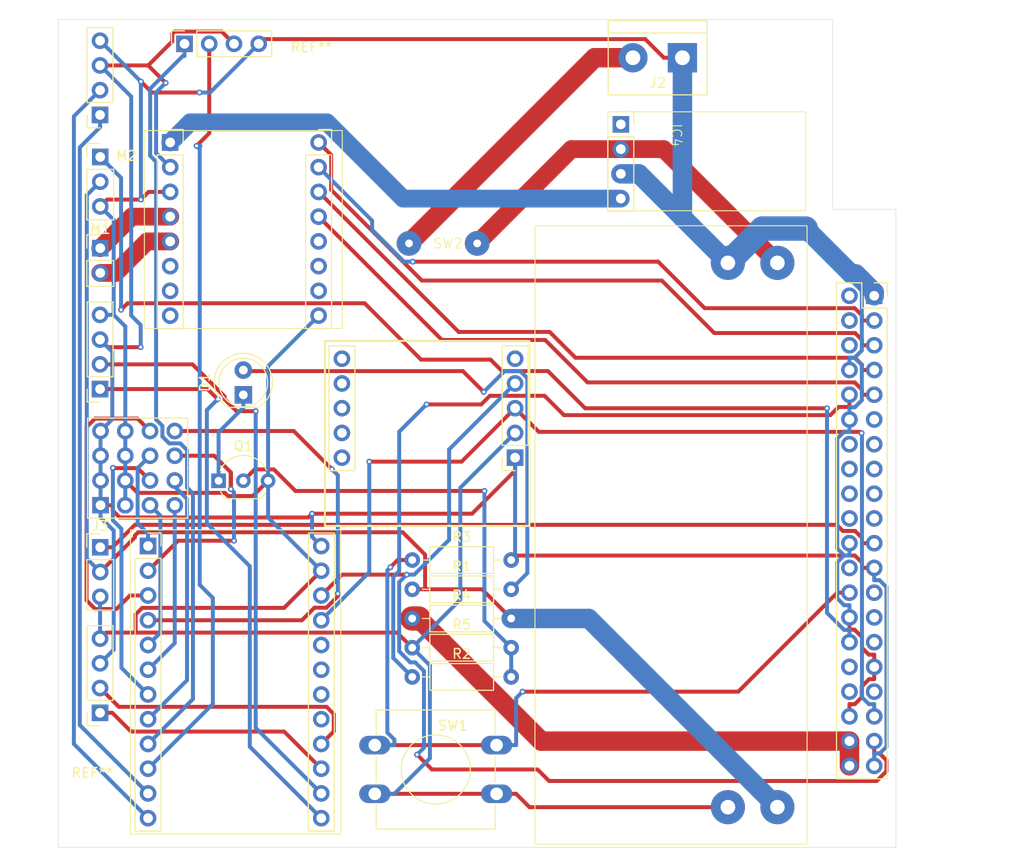
<source format=kicad_pcb>
(kicad_pcb (version 20241229) (generator "pcbnew") (generator_version "9.0")
  (layers (0 "F.Cu" signal) (2 "B.Cu" signal) (13 "F.Paste" user) (15 "B.Paste" user) (5 "F.SilkS" user "F.Silkscreen") (7 "B.SilkS" user "B.Silkscreen") (1 "F.Mask" user) (3 "B.Mask" user) (25 "Edge.Cuts" user))
  (net 0 "")
  (net 5 "Net-(IC1-VCC)")
  (net 6 "Net-(IC1-SCL)")
  (net 7 "GND")
  (net 8 "Net-(IC1-SDA)")
  (net 11 "Net-(IC3-SD5)")
  (net 12 "Net-(IC2-AO2)")
  (net 15 "Net-(IC2-STBY)")
  (net 18 "Net-(IC2-AIN1)")
  (net 19 "Net-(IC2-AIN2)")
  (net 20 "Net-(IC2-PWMA)")
  (net 21 "Net-(IC2-AO1)")
  (net 23 "Net-(IC2-VM)")
  (net 25 "Net-(IC3-SC7)")
  (net 26 "Net-(IC3-SC1)")
  (net 27 "Net-(IC3-SD6)")
  (net 28 "Net-(IC3-SC0)")
  (net 29 "Net-(IC3-SD7)")
  (net 30 "Net-(IC3-SD4)")
  (net 32 "Net-(IC3-SD3)")
  (net 33 "Net-(IC3-SD0)")
  (net 34 "Net-(IC3-SD2)")
  (net 35 "Net-(IC3-SC5)")
  (net 36 "Net-(IC3-SC2)")
  (net 38 "Net-(IC3-SD1)")
  (net 39 "Net-(IC3-SC6)")
  (net 40 "Net-(IC3-SC4)")
  (net 41 "Net-(IC3-SC3)")
  (net 52 "Net-(IC6-GPIO_18)")
  (net 55 "Net-(D1-A)")
  (net 56 "Net-(D1-K)")
  (net 59 "Net-(IC6-GPIO_12)")
  (net 66 "Net-(IC6-GPIO_23)")
  (net 68 "Net-(IC5-VO)")
  (net 69 "+12V")
  (net 71 "Net-(Q1-B)")
  (net 72 "Net-(IC4-VIN)")
  (net 73 "Net-(IC6-5V_PWR-Pad21)")
  (net 74 "Net-(IC6-SPIO_MOSI)")
  (footprint "Sensor_Motion:DFRobot bno005 breakout board" (layer "F.Cu") (at 140.6018 77.4096 180)
    (property "Reference" "IC1" (hide yes))
    (property "Value" "~")
  )
  (footprint "Converter_DCDC:Untitled_1" (layer "F.Cu") (at 165.408 90.43 180)
    (property "Reference" "IC5" (hide yes))
    (property "Value" "~" (hide yes))
  )
  (footprint "Motor driver:Untitled" (layer "F.Cu") (at 112.6608 51.395)
    (property "Reference" "IC2" (hide yes))
    (property "Value" "~" (hide yes))
  )
  (footprint "Module:Untitled" (layer "F.Cu") (at 200.31 91.8)
    (property "Reference" "IC6" (hide yes))
    (property "Value" "~" (hide yes))
  )
  (footprint "Resistor_THT:Untitled" (layer "F.Cu") (at 138.51 60.49 90)
    (property "Reference" "SW2")
    (property "Value" "SW_SPST")
  )
  (footprint "LED_THT:LED_D5.0mm" (layer "F.Cu") (at 121.5 76.04 90)
    (property "Reference" "D1")
    (property "Value" "LED")
  )
  (footprint "Package_TO_SOT_THT:TO-92_Inline_Wide" (layer "F.Cu") (at 118.96 84.86)
    (property "Reference" "Q1")
    (property "Value" "BC547")
  )
  (footprint "Connector_PinSocket_2.54mm:PinSocket_1x04_P2.54mm_Vertical" (layer "F.Cu") (at 106.79 75.4471 180)
    (property "Reference" "U2" (hide yes))
    (property "Value" "VL53l1x")
  )
  (footprint "Resistor_THT:R_Axial_DIN0207_L6.3mm_D2.5mm_P10.16mm_Horizontal" (layer "F.Cu") (at 138.84 102)
    (property "Reference" "R5")
    (property "Value" "1K")
  )
  (footprint "I2C expansion boards:Untitled" (layer "F.Cu") (at 113.47 121.26)
    (property "Reference" "IC3" (hide yes))
    (property "Value" "~" (hide yes))
  )
  (footprint "Converter_DCDC:12v to 9v buck converter" (layer "F.Cu") (at 169.08 52.06 -90)
    (property "Reference" "IC4")
    (property "Value" "~")
  )
  (footprint "Connector_PinHeader_2.54mm:PinHeader_1x03_P2.54mm_Vertical" (layer "F.Cu") (at 106.81 51.6157)
    (property "Reference" "M2")
    (property "Value" "Motor_Servo")
  )
  (footprint "MountingHole:MountingHole_3.2mm_M3" (layer "F.Cu") (at 106 119)
    (property "Reference" "REF**")
    (property "Value" "MountingHole_3.2mm_M3")
  )
  (footprint "MountingHole:MountingHole_3.2mm_M3" (layer "F.Cu") (at 128.5 44.5)
    (property "Reference" "REF**")
    (property "Value" "MountingHole_3.2mm_M3")
  )
  (footprint "Resistor_THT:R_Axial_DIN0207_L6.3mm_D2.5mm_P10.16mm_Horizontal" (layer "F.Cu") (at 138.84 99)
    (property "Reference" "R4")
    (property "Value" "1K")
  )
  (footprint "Resistor_THT:R_Axial_DIN0207_L6.3mm_D2.5mm_P10.16mm_Horizontal" (layer "F.Cu") (at 138.84 105)
    (property "Reference" "R2")
    (property "Value" "1K")
  )
  (footprint "Resistor_THT:R_Axial_DIN0207_L6.3mm_D2.5mm_P10.16mm_Horizontal" (layer "F.Cu") (at 138.84 96)
    (property "Reference" "R1")
    (property "Value" "330")
  )
  (footprint "Connector_PinSocket_2.54mm:Untitled" (layer "F.Cu") (at 116.24 83.0729 90)
    (property "Reference" "J1" (hide yes))
    (property "Value" "~" (hide yes))
  )
  (footprint "Connector_PinSocket_2.54mm:PinSocket_1x04_P2.54mm_Vertical" (layer "F.Cu") (at 115.46 40 90)
    (property "Reference" "U4" (hide yes))
    (property "Value" "VL53l1x")
  )
  (footprint "Connector_PinSocket_2.54mm:PinSocket_1x04_P2.54mm_Vertical" (layer "F.Cu") (at 106.79 47.3 180)
    (property "Reference" "U3" (hide yes))
    (property "Value" "VL53l1x")
  )
  (footprint "Resistor_THT:R_Axial_DIN0207_L6.3mm_D2.5mm_P10.16mm_Horizontal" (layer "F.Cu") (at 138.84 93)
    (property "Reference" "R3")
    (property "Value" "330")
  )
  (footprint "Connector_PinHeader_2.54mm:PinHeader_1x03_P2.54mm_Vertical" (layer "F.Cu") (at 106.81 91.6886)
    (property "Reference" "J3")
    (property "Value" "Conn_01x03_Pin")
  )
  (footprint "Button_Switch_THT:SW_PUSH-12mm" (layer "F.Cu") (at 135 112)
    (property "Reference" "SW1")
    (property "Value" "SW_Push")
  )
  (footprint "Connector_PinSocket_2.54mm:PinSocket_1x04_P2.54mm_Vertical" (layer "F.Cu") (at 106.79 108.6843 180)
    (property "Reference" "U1" (hide yes))
    (property "Value" "VL53l1x")
  )
  (footprint "Connector_PinHeader_2.54mm:PinHeader_1x02_P2.54mm_Vertical" (layer "F.Cu") (at 106.81 60.9814)
    (property "Reference" "M1")
    (property "Value" "Motor_DC")
  )
  (footprint "TerminalBlock:TerminalBlock_bornier-2_P5.08mm" (layer "F.Cu") (at 166.58 41.43 180)
    (property "Reference" "J2")
    (property "Value" "Screw_Terminal_01x02")
  )
  (gr_line (start 102.5 37.5) (end 182 37.5) (stroke (width 0.05)) (layer "Edge.Cuts"))
  (gr_line (start 188.5 122.5) (end 102.5 122.5) (stroke (width 0.05)) (layer "Edge.Cuts"))
  (gr_line (start 182 57) (end 182 37.5) (stroke (width 0.05)) (layer "Edge.Cuts"))
  (gr_line (start 188.5 57) (end 182 57) (stroke (width 0.05)) (layer "Edge.Cuts"))
  (gr_line (start 188.5 122.5) (end 188.5 57) (stroke (width 0.05)) (layer "Edge.Cuts"))
  (gr_line (start 102.5 122.5) (end 102.5 37.5) (stroke (width 0.05)) (layer "Edge.Cuts"))
  (segment (start 110.9609 71.145) (end 107.5679 71.145) (width 0.4064) (layer "F.Cu") (net 5))
  (segment (start 114.2051 38.9822) (end 114.2051 39.7459) (width 0.4064) (layer "F.Cu") (net 5))
  (segment (start 149.4018 83.821) (end 144.9792 88.2436) (width 0.4064) (layer "F.Cu") (net 5))
  (segment (start 106.79 42.22) (end 111.731 42.22) (width 0.4064) (layer "F.Cu") (net 5))
  (segment (start 185.0136 93.2603) (end 184.2933 92.54) (width 0.4064) (layer "F.Cu") (net 5))
  (segment (start 108.0964 87.9227) (end 108.0964 87.3729) (width 0.4064) (layer "F.Cu") (net 5))
  (segment (start 149.4018 82.4896) (end 149.4018 83.821) (width 0.4064) (layer "F.Cu") (net 5))
  (segment (start 107.5679 71.145) (end 106.79 70.3671) (width 0.4064) (layer "F.Cu") (net 5))
  (segment (start 111.731 42.22) (end 113.5232 44.0122) (width 0.4064) (layer "F.Cu") (net 5))
  (segment (start 106.84 87.3729) (end 108.0964 87.3729) (width 0.4064) (layer "F.Cu") (net 5))
  (segment (start 108.803 88.6293) (end 108.0964 87.9227) (width 0.4064) (layer "F.Cu") (net 5))
  (segment (start 185.0136 93.81) (end 185.0136 93.2603) (width 0.4064) (layer "F.Cu") (net 5))
  (segment (start 128.553 88.2436) (end 128.1673 88.6293) (width 0.4064) (layer "F.Cu") (net 5))
  (segment (start 119.2851 38.7451) (end 114.4422 38.7451) (width 0.4064) (layer "F.Cu") (net 5))
  (segment (start 114.2051 39.7459) (end 111.731 42.22) (width 0.4064) (layer "F.Cu") (net 5))
  (segment (start 186.27 93.81) (end 185.0136 93.81) (width 0.4064) (layer "F.Cu") (net 5))
  (segment (start 120.54 40) (end 119.2851 38.7451) (width 0.4064) (layer "F.Cu") (net 5))
  (segment (start 184.2933 92.54) (end 149.46 92.54) (width 0.4064) (layer "F.Cu") (net 5))
  (segment (start 149.46 92.54) (end 149 93) (width 0.4064) (layer "F.Cu") (net 5))
  (segment (start 114.4422 38.7451) (end 114.2051 38.9822) (width 0.4064) (layer "F.Cu") (net 5))
  (segment (start 128.1673 88.6293) (end 108.803 88.6293) (width 0.4064) (layer "F.Cu") (net 5))
  (segment (start 144.9792 88.2436) (end 128.553 88.2436) (width 0.4064) (layer "F.Cu") (net 5))
  (via (at 128.553 88.2436) (size 0.6) (drill 0.3) (layers "F.Cu" "B.Cu") (net 5))
  (via (at 110.9609 71.145) (size 0.6) (drill 0.3) (layers "F.Cu" "B.Cu") (net 5))
  (via (at 113.5232 44.0122) (size 0.6) (drill 0.3) (layers "F.Cu" "B.Cu") (net 5))
  (segment (start 109.9866 45.4166) (end 109.9866 67.8958) (width 0.4064) (layer "B.Cu") (net 5))
  (segment (start 186.27 93.81) (end 186.27 95.0664) (width 0.4064) (layer "B.Cu") (net 5))
  (segment (start 106.84 82.2929) (end 106.84 79.7529) (width 0.4064) (layer "B.Cu") (net 5))
  (segment (start 106.79 70.3671) (end 108.0449 71.622) (width 0.4064) (layer "B.Cu") (net 5))
  (segment (start 186.8199 112.8736) (end 186.27 112.8736) (width 0.4064) (layer "B.Cu") (net 5))
  (segment (start 187.5263 112.1672) (end 186.8199 112.8736) (width 0.4064) (layer "B.Cu") (net 5))
  (segment (start 106.84 84.8329) (end 106.84 87.3729) (width 0.4064) (layer "B.Cu") (net 5))
  (segment (start 149 93) (end 149.4018 92.5982) (width 0.4064) (layer "B.Cu") (net 5))
  (segment (start 106.84 84.8329) (end 106.84 82.2929) (width 0.4064) (layer "B.Cu") (net 5))
  (segment (start 106.84 87.3729) (end 106.84 88.6293) (width 0.4064) (layer "B.Cu") (net 5))
  (segment (start 112.5432 44.9922) (end 113.5232 44.0122) (width 0.4064) (layer "B.Cu") (net 5))
  (segment (start 108.1943 102.2) (end 108.1943 89.9836) (width 0.4064) (layer "B.Cu") (net 5))
  (segment (start 186.27 95.0664) (end 186.8197 95.0664) (width 0.4064) (layer "B.Cu") (net 5))
  (segment (start 110.9609 68.8701) (end 110.9609 71.145) (width 0.4064) (layer "B.Cu") (net 5))
  (segment (start 186.8197 95.0664) (end 187.5263 95.773) (width 0.4064) (layer "B.Cu") (net 5))
  (segment (start 108.1943 89.9836) (end 106.84 88.6293) (width 0.4064) (layer "B.Cu") (net 5))
  (segment (start 106.79 42.22) (end 109.9866 45.4166) (width 0.4064) (layer "B.Cu") (net 5))
  (segment (start 187.5263 95.773) (end 187.5263 112.1672) (width 0.4064) (layer "B.Cu") (net 5))
  (segment (start 128.553 90.613) (end 128.553 88.2436) (width 0.4064) (layer "B.Cu") (net 5))
  (segment (start 149.4018 92.5982) (end 149.4018 82.4896) (width 0.4064) (layer "B.Cu") (net 5))
  (segment (start 108.0449 71.622) (end 108.0449 78.548) (width 0.4064) (layer "B.Cu") (net 5))
  (segment (start 112.5432 51.2174) (end 112.5432 44.9922) (width 0.4064) (layer "B.Cu") (net 5))
  (segment (start 108.0449 78.548) (end 106.84 79.7529) (width 0.4064) (layer "B.Cu") (net 5))
  (segment (start 186.27 114.13) (end 186.27 112.8736) (width 0.4064) (layer "B.Cu") (net 5))
  (segment (start 129.5 91.56) (end 128.553 90.613) (width 0.4064) (layer "B.Cu") (net 5))
  (segment (start 113.9908 52.665) (end 112.5432 51.2174) (width 0.4064) (layer "B.Cu") (net 5))
  (segment (start 106.79 103.6043) (end 108.1943 102.2) (width 0.4064) (layer "B.Cu") (net 5))
  (segment (start 109.9866 67.8958) (end 110.9609 68.8701) (width 0.4064) (layer "B.Cu") (net 5))
  (segment (start 143.9144 82.897) (end 134.429 82.897) (width 0.4064) (layer "F.Cu") (net 6))
  (segment (start 149.4018 77.4096) (end 143.9144 82.897) (width 0.4064) (layer "F.Cu") (net 6))
  (segment (start 184.8386 79.84) (end 151.8322 79.84) (width 0.4064) (layer "F.Cu") (net 6))
  (segment (start 184.9723 79.9737) (end 184.8386 79.84) (width 0.4064) (layer "F.Cu") (net 6))
  (segment (start 151.8322 79.84) (end 149.4018 77.4096) (width 0.4064) (layer "F.Cu") (net 6))
  (via (at 134.429 82.897) (size 0.6) (drill 0.3) (layers "F.Cu" "B.Cu") (net 6))
  (via (at 184.9723 79.9737) (size 0.6) (drill 0.3) (layers "F.Cu" "B.Cu") (net 6))
  (segment (start 134.429 82.897) (end 134.429 94.251) (width 0.4064) (layer "B.Cu") (net 6))
  (segment (start 186.27 109.05) (end 186.27 107.7936) (width 0.4064) (layer "B.Cu") (net 6))
  (segment (start 185.0136 80.015) (end 184.9723 79.9737) (width 0.4064) (layer "B.Cu") (net 6))
  (segment (start 185.0136 107.087) (end 185.0136 80.015) (width 0.4064) (layer "B.Cu") (net 6))
  (segment (start 186.27 107.7936) (end 185.7202 107.7936) (width 0.4064) (layer "B.Cu") (net 6))
  (segment (start 185.7202 107.7936) (end 185.0136 107.087) (width 0.4064) (layer "B.Cu") (net 6))
  (segment (start 134.429 94.251) (end 129.5 99.18) (width 0.4064) (layer "B.Cu") (net 6))
  (segment (start 185.7202 102.7136) (end 185.0136 102.007) (width 0.4064) (layer "F.Cu") (net 7))
  (segment (start 150.8764 118.37) (end 149.5064 117) (width 0.4064) (layer "F.Cu") (net 7))
  (segment (start 147.5 117) (end 135 117) (width 0.4064) (layer "F.Cu") (net 7))
  (segment (start 107.4043 100.45) (end 110.4469 100.45) (width 0.4064) (layer "F.Cu") (net 7))
  (segment (start 122.4756 86.4244) (end 124.04 84.86) (width 0.4064) (layer "F.Cu") (net 7))
  (segment (start 147.5 117) (end 149.5064 117) (width 0.4064) (layer "F.Cu") (net 7))
  (segment (start 184.9864 105.9894) (end 185.7494 105.2264) (width 0.4064) (layer "F.Cu") (net 7))
  (segment (start 123.5641 39.5159) (end 123.08 40) (width 0.4064) (layer "F.Cu") (net 7))
  (segment (start 171.25 118.37) (end 150.8764 118.37) (width 0.4064) (layer "F.Cu") (net 7))
  (segment (start 109.38 84.8329) (end 110.6499 86.1028) (width 0.4064) (layer "F.Cu") (net 7))
  (segment (start 184.2506 100.1464) (end 183.73 100.1464) (width 0.4064) (layer "F.Cu") (net 7))
  (segment (start 111.7716 55.205) (end 110.9852 55.9914) (width 0.4064) (layer "F.Cu") (net 7))
  (segment (start 106.79 101.0643) (end 107.4043 100.45) (width 0.4064) (layer "F.Cu") (net 7))
  (segment (start 129.5 94.1) (end 125.69 97.91) (width 0.4064) (layer "F.Cu") (net 7))
  (segment (start 183.73 98.89) (end 183.73 100.1464) (width 0.4064) (layer "F.Cu") (net 7))
  (segment (start 186.27 103.97) (end 186.27 105.2264) (width 0.4064) (layer "F.Cu") (net 7))
  (segment (start 164.6736 41.43) (end 162.7595 39.5159) (width 0.4064) (layer "F.Cu") (net 7))
  (segment (start 110.4469 98.5831) (end 110.4469 100.45) (width 0.4064) (layer "F.Cu") (net 7))
  (segment (start 185.0136 100.9094) (end 184.2506 100.1464) (width 0.4064) (layer "F.Cu") (net 7))
  (segment (start 110.6499 86.1028) (end 119.6028 86.1028) (width 0.4064) (layer "F.Cu") (net 7))
  (segment (start 111.12 97.91) (end 110.4469 98.5831) (width 0.4064) (layer "F.Cu") (net 7))
  (segment (start 137.29 100.45) (end 138.84 102) (width 0.4064) (layer "F.Cu") (net 7))
  (segment (start 186.27 103.97) (end 186.27 102.7136) (width 0.4064) (layer "F.Cu") (net 7))
  (segment (start 119.9244 86.4244) (end 122.4756 86.4244) (width 0.4064) (layer "F.Cu") (net 7))
  (segment (start 162.7595 39.5159) (end 123.5641 39.5159) (width 0.4064) (layer "F.Cu") (net 7))
  (segment (start 106.81 56.6957) (end 107.5143 55.9914) (width 0.4064) (layer "F.Cu") (net 7))
  (segment (start 184.9864 107.087) (end 184.9864 105.9894) (width 0.4064) (layer "F.Cu") (net 7))
  (segment (start 112.11 45) (end 117 45) (width 0.4064) (layer "F.Cu") (net 7))
  (segment (start 166.58 41.43) (end 164.6736 41.43) (width 0.4064) (layer "F.Cu") (net 7))
  (segment (start 110.4469 100.45) (end 137.29 100.45) (width 0.4064) (layer "F.Cu") (net 7))
  (segment (start 185.0136 102.007) (end 185.0136 100.9094) (width 0.4064) (layer "F.Cu") (net 7))
  (segment (start 185.7494 105.2264) (end 186.27 105.2264) (width 0.4064) (layer "F.Cu") (net 7))
  (segment (start 183.73 107.7936) (end 184.2798 107.7936) (width 0.4064) (layer "F.Cu") (net 7))
  (segment (start 183.73 109.05) (end 183.73 107.7936) (width 0.4064) (layer "F.Cu") (net 7))
  (segment (start 107.5143 55.9914) (end 110.9852 55.9914) (width 0.4064) (layer "F.Cu") (net 7))
  (segment (start 110.9852 43.8752) (end 112.11 45) (width 0.4064) (layer "F.Cu") (net 7))
  (segment (start 184.2798 107.7936) (end 184.9864 107.087) (width 0.4064) (layer "F.Cu") (net 7))
  (segment (start 113.9908 55.205) (end 111.7716 55.205) (width 0.4064) (layer "F.Cu") (net 7))
  (segment (start 125.69 97.91) (end 111.12 97.91) (width 0.4064) (layer "F.Cu") (net 7))
  (segment (start 186.27 102.7136) (end 185.7202 102.7136) (width 0.4064) (layer "F.Cu") (net 7))
  (segment (start 119.6028 86.1028) (end 119.9244 86.4244) (width 0.4064) (layer "F.Cu") (net 7))
  (via (at 110.9852 43.8752) (size 0.6) (drill 0.3) (layers "F.Cu" "B.Cu") (net 7))
  (via (at 110.9852 55.9914) (size 0.6) (drill 0.3) (layers "F.Cu" "B.Cu") (net 7))
  (via (at 117 45) (size 0.6) (drill 0.3) (layers "F.Cu" "B.Cu") (net 7))
  (segment (start 140.6531 103.8131) (end 138.84 102) (width 0.4064) (layer "B.Cu") (net 7))
  (segment (start 183.1801 97.6336) (end 183.73 97.6336) (width 0.4064) (layer "B.Cu") (net 7))
  (segment (start 109.38 79.7529) (end 109.38 69.0136) (width 0.4064) (layer "B.Cu") (net 7))
  (segment (start 186.27 65.5094) (end 186.27 65.87) (width 2) (layer "B.Cu") (net 7))
  (segment (start 110.9852 43.8752) (end 106.79 39.68) (width 0.4064) (layer "B.Cu") (net 7))
  (segment (start 108.1935 67.8271) (end 106.79 67.8271) (width 0.4064) (layer "B.Cu") (net 7))
  (segment (start 185 64.2391) (end 186.27 65.5094) (width 2) (layer "B.Cu") (net 7))
  (segment (start 106.81 56.6957) (end 108.1935 58.0792) (width 0.4064) (layer "B.Cu") (net 7))
  (segment (start 182.4737 80.5328) (end 183.1801 79.8264) (width 0.4064) (layer "B.Cu") (net 7))
  (segment (start 166.58 57.82) (end 162.111 53.3508) (width 2) (layer "B.Cu") (net 7))
  (segment (start 118.08 45) (end 123.08 40) (width 0.4064) (layer "B.Cu") (net 7))
  (segment (start 184.2506 72.2336) (end 183.73 72.2336) (width 0.4064) (layer "B.Cu") (net 7))
  (segment (start 185 71.4842) (end 184.2506 72.2336) (width 0.4064) (layer "B.Cu") (net 7))
  (segment (start 143.7786 97.0614) (end 138.84 102) (width 0.4064) (layer "B.Cu") (net 7))
  (segment (start 143.7786 85.5728) (end 143.7786 97.0614) (width 0.4064) (layer "B.Cu") (net 7))
  (segment (start 109.38 84.8329) (end 109.38 82.2929) (width 0.4064) (layer "B.Cu") (net 7))
  (segment (start 117 45) (end 118.08 45) (width 0.4064) (layer "B.Cu") (net 7))
  (segment (start 183.1803 92.5264) (end 182.4737 93.233) (width 0.4064) (layer "B.Cu") (net 7))
  (segment (start 183.73 78.57) (end 183.73 79.8264) (width 0.4064) (layer "B.Cu") (net 7))
  (segment (start 137.0064 117) (end 140.6531 113.3533) (width 0.4064) (layer "B.Cu") (net 7))
  (segment (start 162.111 53.3508) (end 160.257 53.3508) (width 2) (layer "B.Cu") (net 7))
  (segment (start 109.38 87.3729) (end 109.38 84.8329) (width 0.4064) (layer "B.Cu") (net 7))
  (segment (start 129.2308 67.905) (end 124.04 73.0958) (width 0.4064) (layer "B.Cu") (net 7))
  (segment (start 110.9852 55.9914) (end 110.9852 43.8752) (width 0.4064) (layer "B.Cu") (net 7))
  (segment (start 166.58 41.43) (end 166.58 57.82) (width 2) (layer "B.Cu") (net 7))
  (segment (start 183.73 78.57) (end 183.73 77.3136) (width 0.4064) (layer "B.Cu") (net 7))
  (segment (start 185 64.2391) (end 185 71.4842) (width 0.4064) (layer "B.Cu") (net 7))
  (segment (start 179.252 58.9657) (end 183.912 63.626) (width 2) (layer "B.Cu") (net 7))
  (segment (start 183.73 91.27) (end 183.73 92.5264) (width 0.4064) (layer "B.Cu") (net 7))
  (segment (start 174.774 58.9657) (end 179.252 58.9657) (width 2.5) (layer "B.Cu") (net 7))
  (segment (start 129.5 94.1) (end 124.04 88.64) (width 0.4064) (layer "B.Cu") (net 7))
  (segment (start 183.73 73.49) (end 183.73 72.2336) (width 0.4064) (layer "B.Cu") (net 7))
  (segment (start 124.04 73.0958) (end 124.04 84.86) (width 0.4064) (layer "B.Cu") (net 7))
  (segment (start 149.4018 79.9496) (end 143.7786 85.5728) (width 0.4064) (layer "B.Cu") (net 7))
  (segment (start 135 117) (end 137.0064 117) (width 0.4064) (layer "B.Cu") (net 7))
  (segment (start 109.38 69.0136) (end 108.1935 67.8271) (width 0.4064) (layer "B.Cu") (net 7))
  (segment (start 140.6531 113.3533) (end 140.6531 103.8131) (width 0.4064) (layer "B.Cu") (net 7))
  (segment (start 166.58 57.82) (end 166.63 57.87) (width 2) (layer "B.Cu") (net 7))
  (segment (start 183.1801 79.8264) (end 183.73 79.8264) (width 0.4064) (layer "B.Cu") (net 7))
  (segment (start 124.04 88.64) (end 124.04 84.86) (width 0.4064) (layer "B.Cu") (net 7))
  (segment (start 166.63 57.87) (end 166.58 57.82) (width 2) (layer "B.Cu") (net 7))
  (segment (start 184.2797 77.3136) (end 185 76.5933) (width 0.4064) (layer "B.Cu") (net 7))
  (segment (start 183.1803 92.5264) (end 182.4737 91.8198) (width 0.4064) (layer "B.Cu") (net 7))
  (segment (start 171.25 62.49) (end 166.63 57.87) (width 2) (layer "B.Cu") (net 7))
  (segment (start 171.25 62.49) (end 174.774 58.9657) (width 2.5) (layer "B.Cu") (net 7))
  (segment (start 182.4737 93.233) (end 182.4737 96.9272) (width 0.4064) (layer "B.Cu") (net 7))
  (segment (start 185 76.5933) (end 185 72.983) (width 0.4064) (layer "B.Cu") (net 7))
  (segment (start 185 72.983) (end 184.2506 72.2336) (width 0.4064) (layer "B.Cu") (net 7))
  (segment (start 108.1935 58.0792) (end 108.1935 67.8271) (width 0.4064) (layer "B.Cu") (net 7))
  (segment (start 109.38 82.2929) (end 109.38 79.7529) (width 0.4064) (layer "B.Cu") (net 7))
  (segment (start 183.73 98.89) (end 183.73 97.6336) (width 0.4064) (layer "B.Cu") (net 7))
  (segment (start 183.912 63.626) (end 184.387 63.626) (width 2) (layer "B.Cu") (net 7))
  (segment (start 183.73 77.3136) (end 184.2797 77.3136) (width 0.4064) (layer "B.Cu") (net 7))
  (segment (start 184.387 63.626) (end 185 64.2391) (width 2) (layer "B.Cu") (net 7))
  (segment (start 183.73 92.5264) (end 183.1803 92.5264) (width 0.4064) (layer "B.Cu") (net 7))
  (segment (start 106.79 101.0643) (end 106.79 96.7886) (width 0.4064) (layer "B.Cu") (net 7))
  (segment (start 182.4737 96.9272) (end 183.1801 97.6336) (width 0.4064) (layer "B.Cu") (net 7))
  (segment (start 182.4737 91.8198) (end 182.4737 80.5328) (width 0.4064) (layer "B.Cu") (net 7))
  (segment (start 106.79 96.7886) (end 106.81 96.7686) (width 0.4064) (layer "B.Cu") (net 7))
  (segment (start 152.8891 115.6832) (end 151.7059 114.5) (width 0.4064) (layer "F.Cu") (net 8))
  (segment (start 186.8185 112.8464) (end 187.5249 113.5528) (width 0.4064) (layer "F.Cu") (net 8))
  (segment (start 187.5249 113.5528) (end 187.5249 114.6793) (width 0.4064) (layer "F.Cu") (net 8))
  (segment (start 140.8643 114.5) (end 139.3389 112.9746) (width 0.4064) (layer "F.Cu") (net 8))
  (segment (start 186.27 111.59) (end 186.27 112.8464) (width 0.4064) (layer "F.Cu") (net 8))
  (segment (start 138.2697 94.5) (end 131.64 94.5) (width 0.4064) (layer "F.Cu") (net 8))
  (segment (start 187.5249 114.6793) (end 186.521 115.6832) (width 0.4064) (layer "F.Cu") (net 8))
  (segment (start 131.64 94.5) (end 129.5 96.64) (width 0.4064) (layer "F.Cu") (net 8))
  (segment (start 186.521 115.6832) (end 152.8891 115.6832) (width 0.4064) (layer "F.Cu") (net 8))
  (segment (start 151.7059 114.5) (end 140.8643 114.5) (width 0.4064) (layer "F.Cu") (net 8))
  (segment (start 186.27 112.8464) (end 186.8185 112.8464) (width 0.4064) (layer "F.Cu") (net 8))
  (via (at 139.3389 112.9746) (size 0.6) (drill 0.3) (layers "F.Cu" "B.Cu") (net 8))
  (via (at 138.2697 94.5) (size 0.6) (drill 0.3) (layers "F.Cu" "B.Cu") (net 8))
  (segment (start 140.045 104.4032) (end 139.1418 103.5) (width 0.4064) (layer "B.Cu") (net 8))
  (segment (start 139.3389 112.9746) (end 140.045 112.2685) (width 0.4064) (layer "B.Cu") (net 8))
  (segment (start 139.0471 94.5) (end 138.2697 94.5) (width 0.4064) (layer "B.Cu") (net 8))
  (segment (start 140.045 112.2685) (end 140.045 104.4032) (width 0.4064) (layer "B.Cu") (net 8))
  (segment (start 137.5002 102.3642) (end 137.5002 95.2695) (width 0.4064) (layer "B.Cu") (net 8))
  (segment (start 149.4018 74.8696) (end 142.6278 81.6436) (width 0.4064) (layer "B.Cu") (net 8))
  (segment (start 137.5002 95.2695) (end 138.2697 94.5) (width 0.4064) (layer "B.Cu") (net 8))
  (segment (start 138.636 103.5) (end 137.5002 102.3642) (width 0.4064) (layer "B.Cu") (net 8))
  (segment (start 142.6278 90.9193) (end 139.0471 94.5) (width 0.4064) (layer "B.Cu") (net 8))
  (segment (start 142.6278 81.6436) (end 142.6278 90.9193) (width 0.4064) (layer "B.Cu") (net 8))
  (segment (start 139.1418 103.5) (end 138.636 103.5) (width 0.4064) (layer "B.Cu") (net 8))
  (segment (start 114.46 87.3729) (end 114.46 101.52) (width 0.4064) (layer "B.Cu") (net 11))
  (segment (start 114.46 101.52) (end 111.72 104.26) (width 0.4064) (layer "B.Cu") (net 11))
  (segment (start 113.991 60.285) (end 113.9908 60.285) (width 1.8256) (layer "F.Cu") (net 12))
  (segment (start 108.398 63.5214) (end 106.81 63.5214) (width 1.8256) (layer "F.Cu") (net 12))
  (segment (start 113.9908 60.285) (end 111.634 60.285) (width 1.8256) (layer "F.Cu") (net 12))
  (segment (start 111.634 60.285) (end 108.398 63.5214) (width 1.8256) (layer "F.Cu") (net 12))
  (segment (start 184.2642 74.76) (end 185.0136 75.5094) (width 0.4064) (layer "F.Cu") (net 15))
  (segment (start 152.4858 70.4025) (end 156.8433 74.76) (width 0.4064) (layer "F.Cu") (net 15))
  (segment (start 185.0136 75.5094) (end 185.0136 76.03) (width 0.4064) (layer "F.Cu") (net 15))
  (segment (start 141.8883 70.4025) (end 152.4858 70.4025) (width 0.4064) (layer "F.Cu") (net 15))
  (segment (start 156.8433 74.76) (end 184.2642 74.76) (width 0.4064) (layer "F.Cu") (net 15))
  (segment (start 129.2308 57.745) (end 141.8883 70.4025) (width 0.4064) (layer "F.Cu") (net 15))
  (segment (start 186.27 76.03) (end 185.0136 76.03) (width 0.4064) (layer "F.Cu") (net 15))
  (segment (start 168.8649 67.14) (end 184.2642 67.14) (width 0.4064) (layer "F.Cu") (net 18))
  (segment (start 184.2642 67.14) (end 185.0136 67.8894) (width 0.4064) (layer "F.Cu") (net 18))
  (segment (start 164.0925 62.3676) (end 168.8649 67.14) (width 0.4064) (layer "F.Cu") (net 18))
  (segment (start 138.8911 62.3676) (end 164.0925 62.3676) (width 0.4064) (layer "F.Cu") (net 18))
  (segment (start 186.27 68.41) (end 185.0136 68.41) (width 0.4064) (layer "F.Cu") (net 18))
  (segment (start 185.0136 67.8894) (end 185.0136 68.41) (width 0.4064) (layer "F.Cu") (net 18))
  (via (at 138.8911 62.3676) (size 0.6) (drill 0.3) (layers "F.Cu" "B.Cu") (net 18))
  (segment (start 129.2308 52.665) (end 134.7191 58.1533) (width 0.4064) (layer "B.Cu") (net 18))
  (segment (start 138.0012 62.3676) (end 138.8911 62.3676) (width 0.4064) (layer "B.Cu") (net 18))
  (segment (start 134.7191 59.0855) (end 138.0012 62.3676) (width 0.4064) (layer "B.Cu") (net 18))
  (segment (start 134.7191 58.1533) (end 134.7191 59.0855) (width 0.4064) (layer "B.Cu") (net 18))
  (segment (start 143.6059 69.5801) (end 129.2308 55.205) (width 0.4064) (layer "F.Cu") (net 19))
  (segment (start 184.3055 72.2321) (end 155.6043 72.2321) (width 0.4064) (layer "F.Cu") (net 19))
  (segment (start 186.27 73.49) (end 185.0136 73.49) (width 0.4064) (layer "F.Cu") (net 19))
  (segment (start 185.0136 73.49) (end 185.0136 72.9402) (width 0.4064) (layer "F.Cu") (net 19))
  (segment (start 185.0136 72.9402) (end 184.3055 72.2321) (width 0.4064) (layer "F.Cu") (net 19))
  (segment (start 155.6043 72.2321) (end 152.9523 69.5801) (width 0.4064) (layer "F.Cu") (net 19))
  (segment (start 152.9523 69.5801) (end 143.6059 69.5801) (width 0.4064) (layer "F.Cu") (net 19))
  (segment (start 130.5174 54.9907) (end 139.8318 64.3051) (width 0.4064) (layer "F.Cu") (net 20))
  (segment (start 184.307 69.6936) (end 185.0136 70.4002) (width 0.4064) (layer "F.Cu") (net 20))
  (segment (start 130.5174 51.4116) (end 130.5174 54.9907) (width 0.4064) (layer "F.Cu") (net 20))
  (segment (start 186.27 70.95) (end 185.0136 70.95) (width 0.4064) (layer "F.Cu") (net 20))
  (segment (start 129.2308 50.125) (end 130.5174 51.4116) (width 0.4064) (layer "F.Cu") (net 20))
  (segment (start 169.8523 69.6936) (end 184.307 69.6936) (width 0.4064) (layer "F.Cu") (net 20))
  (segment (start 185.0136 70.4002) (end 185.0136 70.95) (width 0.4064) (layer "F.Cu") (net 20))
  (segment (start 164.4638 64.3051) (end 169.8523 69.6936) (width 0.4064) (layer "F.Cu") (net 20))
  (segment (start 139.8318 64.3051) (end 164.4638 64.3051) (width 0.4064) (layer "F.Cu") (net 20))
  (segment (start 106.81 60.9814) (end 110.046 57.745) (width 1.8256) (layer "F.Cu") (net 21))
  (segment (start 113.9908 57.745) (end 113.991 57.745) (width 1.8256) (layer "F.Cu") (net 21))
  (segment (start 110.046 57.745) (end 113.9908 57.745) (width 1.8256) (layer "F.Cu") (net 21))
  (segment (start 113.9908 50.125) (end 113.991 50.125) (width 0.4064) (layer "B.Cu") (net 23))
  (segment (start 160.257 55.8908) (end 137.915 55.8908) (width 1.8256) (layer "B.Cu") (net 23))
  (segment (start 137.915 55.8908) (end 130.086 48.0612) (width 1.8256) (layer "B.Cu") (net 23))
  (segment (start 130.086 48.0612) (end 116.055 48.0612) (width 1.8256) (layer "B.Cu") (net 23))
  (segment (start 116.055 48.0612) (end 113.991 50.125) (width 1.8256) (layer "B.Cu") (net 23))
  (segment (start 111.72 91.56) (end 111.72 90.3036) (width 0.4064) (layer "B.Cu") (net 25))
  (segment (start 110.65 83.5629) (end 110.65 89.2336) (width 0.4064) (layer "B.Cu") (net 25))
  (segment (start 110.65 89.2336) (end 111.72 90.3036) (width 0.4064) (layer "B.Cu") (net 25))
  (segment (start 111.92 82.2929) (end 110.65 83.5629) (width 0.4064) (layer "B.Cu") (net 25))
  (segment (start 106.79 75.4471) (end 117.8245 75.4471) (width 0.4064) (layer "F.Cu") (net 26))
  (segment (start 117.8245 75.4471) (end 118.8695 76.4921) (width 0.4064) (layer "F.Cu") (net 26))
  (via (at 118.8695 76.4921) (size 0.6) (drill 0.3) (layers "F.Cu" "B.Cu") (net 26))
  (segment (start 117.7543 89.2264) (end 122.1634 93.6355) (width 0.4064) (layer "B.Cu") (net 26))
  (segment (start 122.1634 93.6355) (end 122.1634 112.1634) (width 0.4064) (layer "B.Cu") (net 26))
  (segment (start 117.7543 77.6073) (end 117.7543 89.2264) (width 0.4064) (layer "B.Cu") (net 26))
  (segment (start 122.1634 112.1634) (end 129.5 119.5) (width 0.4064) (layer "B.Cu") (net 26))
  (segment (start 118.8695 76.4921) (end 117.7543 77.6073) (width 0.4064) (layer "B.Cu") (net 26))
  (segment (start 127.5166 99.18) (end 111.72 99.18) (width 0.4064) (layer "F.Cu") (net 27))
  (segment (start 131.203 96.4458) (end 131.203 96.7194) (width 0.4064) (layer "F.Cu") (net 27))
  (segment (start 131.203 96.7194) (end 130.0275 97.8949) (width 0.4064) (layer "F.Cu") (net 27))
  (segment (start 126.6706 79.7529) (end 114.46 79.7529) (width 0.4064) (layer "F.Cu") (net 27))
  (segment (start 128.8017 97.8949) (end 127.5166 99.18) (width 0.4064) (layer "F.Cu") (net 27))
  (segment (start 130.0275 97.8949) (end 128.8017 97.8949) (width 0.4064) (layer "F.Cu") (net 27))
  (segment (start 130.5837 83.666) (end 126.6706 79.7529) (width 0.4064) (layer "F.Cu") (net 27))
  (via (at 131.203 96.4458) (size 0.6) (drill 0.3) (layers "F.Cu" "B.Cu") (net 27))
  (via (at 130.5837 83.666) (size 0.6) (drill 0.3) (layers "F.Cu" "B.Cu") (net 27))
  (segment (start 131.203 96.4458) (end 131.203 84.2853) (width 0.4064) (layer "B.Cu") (net 27))
  (segment (start 131.203 84.2853) (end 130.5837 83.666) (width 0.4064) (layer "B.Cu") (net 27))
  (segment (start 109.9721 110.61) (end 125.69 110.61) (width 0.4064) (layer "F.Cu") (net 28))
  (segment (start 108.0464 108.6843) (end 109.9721 110.61) (width 0.4064) (layer "F.Cu") (net 28))
  (segment (start 106.79 108.6843) (end 108.0464 108.6843) (width 0.4064) (layer "F.Cu") (net 28))
  (segment (start 125.69 110.61) (end 129.5 114.42) (width 0.4064) (layer "F.Cu") (net 28))
  (segment (start 120.5411 91.0164) (end 114.8036 91.0164) (width 0.4064) (layer "F.Cu") (net 29))
  (segment (start 120.2163 85.7195) (end 120.2163 83.9973) (width 0.4064) (layer "F.Cu") (net 29))
  (segment (start 120.2163 83.9973) (end 120.2163 85.7195) (width 0.4064) (layer "F.Cu") (net 29))
  (segment (start 114.8036 91.0164) (end 111.72 94.1) (width 0.4064) (layer "F.Cu") (net 29))
  (segment (start 118.5119 82.2929) (end 120.2163 83.9973) (width 0.4064) (layer "F.Cu") (net 29))
  (segment (start 120.2163 83.9973) (end 120.2163 85.7195) (width 0.4064) (layer "F.Cu") (net 29))
  (segment (start 114.46 82.2929) (end 118.5119 82.2929) (width 0.4064) (layer "F.Cu") (net 29))
  (via (at 120.2163 85.7195) (size 0.6) (drill 0.3) (layers "F.Cu" "B.Cu") (net 29))
  (via (at 120.5411 91.0164) (size 0.6) (drill 0.3) (layers "F.Cu" "B.Cu") (net 29))
  (segment (start 120.2163 85.7195) (end 120.5411 86.0443) (width 0.4064) (layer "B.Cu") (net 29))
  (segment (start 120.5411 86.0443) (end 120.5411 91.0164) (width 0.4064) (layer "B.Cu") (net 29))
  (segment (start 111.72 109.34) (end 115.7195 105.3405) (width 0.4064) (layer "B.Cu") (net 30))
  (segment (start 115.7195 86.7261) (end 114.46 85.4666) (width 0.4064) (layer "B.Cu") (net 30))
  (segment (start 115.7195 105.3405) (end 115.7195 86.7261) (width 0.4064) (layer "B.Cu") (net 30))
  (segment (start 114.46 85.4666) (end 114.46 84.8329) (width 0.4064) (layer "B.Cu") (net 30))
  (segment (start 118 49.1784) (end 118 40) (width 0.4064) (layer "F.Cu") (net 32))
  (segment (start 116.7002 50.4782) (end 118 49.1784) (width 0.4064) (layer "F.Cu") (net 32))
  (segment (start 117.0905 50.4782) (end 116.7002 50.4782) (width 0.4064) (layer "F.Cu") (net 32))
  (segment (start 116.7002 50.4782) (end 117.0905 50.4782) (width 0.4064) (layer "F.Cu") (net 32))
  (via (at 116.7002 50.4782) (size 0.6) (drill 0.3) (layers "F.Cu" "B.Cu") (net 32))
  (segment (start 111.72 114.42) (end 118.3707 107.7693) (width 0.4064) (layer "B.Cu") (net 32))
  (segment (start 118.3707 96.8961) (end 117.0247 95.5501) (width 0.4064) (layer "B.Cu") (net 32))
  (segment (start 117.0247 50.8027) (end 116.7002 50.4782) (width 0.4064) (layer "B.Cu") (net 32))
  (segment (start 117.0905 50.4782) (end 116.7002 50.4782) (width 0.4064) (layer "B.Cu") (net 32))
  (segment (start 116.7002 50.4782) (end 117.0905 50.4782) (width 0.4064) (layer "B.Cu") (net 32))
  (segment (start 117.0247 95.5501) (end 117.0247 50.8027) (width 0.4064) (layer "B.Cu") (net 32))
  (segment (start 118.3707 107.7693) (end 118.3707 96.8961) (width 0.4064) (layer "B.Cu") (net 32))
  (segment (start 130.7866 110.5934) (end 129.5 111.88) (width 0.4064) (layer "F.Cu") (net 33))
  (segment (start 108.7157 108.07) (end 130.0408 108.07) (width 0.4064) (layer "F.Cu") (net 33))
  (segment (start 106.79 106.1443) (end 108.7157 108.07) (width 0.4064) (layer "F.Cu") (net 33))
  (segment (start 130.0408 108.07) (end 130.7866 108.8158) (width 0.4064) (layer "F.Cu") (net 33))
  (segment (start 130.7866 108.8158) (end 130.7866 110.5934) (width 0.4064) (layer "F.Cu") (net 33))
  (segment (start 106.79 44.76) (end 104.1041 47.4459) (width 0.4064) (layer "B.Cu") (net 34))
  (segment (start 104.1041 47.4459) (end 104.1041 111.8841) (width 0.4064) (layer "B.Cu") (net 34))
  (segment (start 104.1041 111.8841) (end 111.72 119.5) (width 0.4064) (layer "B.Cu") (net 34))
  (segment (start 112.9777 88.4306) (end 111.92 87.3729) (width 0.4064) (layer "B.Cu") (net 35))
  (segment (start 112.9777 100.4623) (end 112.9777 88.4306) (width 0.4064) (layer "B.Cu") (net 35))
  (segment (start 111.72 101.72) (end 112.9777 100.4623) (width 0.4064) (layer "B.Cu") (net 35))
  (segment (start 106.79 47.3) (end 106.79 48.5564) (width 0.4064) (layer "B.Cu") (net 36))
  (segment (start 104.7122 50.6342) (end 104.7122 109.9522) (width 0.4064) (layer "B.Cu") (net 36))
  (segment (start 104.7122 109.9522) (end 111.72 116.96) (width 0.4064) (layer "B.Cu") (net 36))
  (segment (start 106.79 48.5564) (end 104.7122 50.6342) (width 0.4064) (layer "B.Cu") (net 36))
  (segment (start 122.77 77.715) (end 120.8018 77.715) (width 0.4064) (layer "F.Cu") (net 38))
  (segment (start 116.2814 72.9071) (end 106.79 72.9071) (width 0.4064) (layer "F.Cu") (net 38))
  (segment (start 119.5744 76.2001) (end 116.2814 72.9071) (width 0.4064) (layer "F.Cu") (net 38))
  (segment (start 119.5744 76.4876) (end 119.5744 76.2001) (width 0.4064) (layer "F.Cu") (net 38))
  (segment (start 120.8018 77.715) (end 119.5744 76.4876) (width 0.4064) (layer "F.Cu") (net 38))
  (segment (start 122.77 77.715) (end 122.7715 77.715) (width 0.4064) (layer "F.Cu") (net 38))
  (segment (start 122.7715 77.715) (end 122.77 77.715) (width 0.4064) (layer "F.Cu") (net 38))
  (via (at 122.77 77.715) (size 0.6) (drill 0.3) (layers "F.Cu" "B.Cu") (net 38))
  (segment (start 122.7715 77.715) (end 122.77 77.715) (width 0.4064) (layer "B.Cu") (net 38))
  (segment (start 122.7715 77.7165) (end 122.77 77.715) (width 0.4064) (layer "B.Cu") (net 38))
  (segment (start 129.5 116.96) (end 122.7715 110.2315) (width 0.4064) (layer "B.Cu") (net 38))
  (segment (start 122.77 77.715) (end 122.7715 77.715) (width 0.4064) (layer "B.Cu") (net 38))
  (segment (start 122.7715 110.2315) (end 122.7715 77.7165) (width 0.4064) (layer "B.Cu") (net 38))
  (segment (start 106.2694 78.4814) (end 105.4029 79.3479) (width 0.4064) (layer "F.Cu") (net 39))
  (segment (start 106.2931 98.0271) (end 108.4752 98.0271) (width 0.4064) (layer "F.Cu") (net 39))
  (segment (start 111.92 79.7529) (end 110.6485 78.4814) (width 0.4064) (layer "F.Cu") (net 39))
  (segment (start 105.4029 79.3479) (end 105.4029 97.1369) (width 0.4064) (layer "F.Cu") (net 39))
  (segment (start 105.4029 97.1369) (end 106.2931 98.0271) (width 0.4064) (layer "F.Cu") (net 39))
  (segment (start 109.8623 96.64) (end 111.72 96.64) (width 0.4064) (layer "F.Cu") (net 39))
  (segment (start 110.6485 78.4814) (end 106.2694 78.4814) (width 0.4064) (layer "F.Cu") (net 39))
  (segment (start 108.4752 98.0271) (end 109.8623 96.64) (width 0.4064) (layer "F.Cu") (net 39))
  (segment (start 108.1101 83.5342) (end 108.1101 83.5748) (width 0.4064) (layer "F.Cu") (net 40))
  (segment (start 110.65 83.5629) (end 111.92 84.8329) (width 0.4064) (layer "F.Cu") (net 40))
  (segment (start 108.1388 83.5629) (end 110.65 83.5629) (width 0.4064) (layer "F.Cu") (net 40))
  (segment (start 108.1101 83.5748) (end 108.1101 83.5342) (width 0.4064) (layer "F.Cu") (net 40))
  (segment (start 108.1101 83.5342) (end 108.1388 83.5629) (width 0.4064) (layer "F.Cu") (net 40))
  (via (at 108.1101 83.5342) (size 0.6) (drill 0.3) (layers "F.Cu" "B.Cu") (net 40))
  (segment (start 108.1101 83.5748) (end 108.1101 83.5342) (width 0.4064) (layer "B.Cu") (net 40))
  (segment (start 108.9857 89.7998) (end 108.1101 88.9242) (width 0.4064) (layer "B.Cu") (net 40))
  (segment (start 111.72 106.8) (end 108.9857 104.0657) (width 0.4064) (layer "B.Cu") (net 40))
  (segment (start 108.9857 104.0657) (end 108.9857 89.7998) (width 0.4064) (layer "B.Cu") (net 40))
  (segment (start 108.1101 83.5342) (end 108.1101 83.5748) (width 0.4064) (layer "B.Cu") (net 40))
  (segment (start 108.1101 88.9242) (end 108.1101 83.5342) (width 0.4064) (layer "B.Cu") (net 40))
  (segment (start 113.8921 81.0229) (end 115.0304 81.0229) (width 0.4064) (layer "B.Cu") (net 41))
  (segment (start 115.9714 85.8146) (end 115.7195 85.5627) (width 0.4064) (layer "B.Cu") (net 41))
  (segment (start 115.7195 81.712) (end 115.7195 85.5627) (width 0.4064) (layer "B.Cu") (net 41))
  (segment (start 115.2822 41.2564) (end 115.46 41.2564) (width 0.4064) (layer "B.Cu") (net 41))
  (segment (start 116.3276 107.2724) (end 116.3276 86.1708) (width 0.4064) (layer "B.Cu") (net 41))
  (segment (start 112.2898 51.8461) (end 112.5417 52.098) (width 0.4064) (layer "B.Cu") (net 41))
  (segment (start 113.19 79.2204) (end 113.19 80.3208) (width 0.4064) (layer "B.Cu") (net 41))
  (segment (start 116.3276 86.1708) (end 115.9714 85.8146) (width 0.4064) (layer "B.Cu") (net 41))
  (segment (start 111.72 111.88) (end 116.3276 107.2724) (width 0.4064) (layer "B.Cu") (net 41))
  (segment (start 111.9336 44.605) (end 115.2822 41.2564) (width 0.4064) (layer "B.Cu") (net 41))
  (segment (start 112.2898 51.8461) (end 111.9336 51.4899) (width 0.4064) (layer "B.Cu") (net 41))
  (segment (start 111.9336 51.4899) (end 111.9336 44.605) (width 0.4064) (layer "B.Cu") (net 41))
  (segment (start 112.5417 52.098) (end 112.5417 78.5721) (width 0.4064) (layer "B.Cu") (net 41))
  (segment (start 112.2898 51.8461) (end 112.5417 52.098) (width 0.4064) (layer "B.Cu") (net 41))
  (segment (start 112.5417 78.5721) (end 113.19 79.2204) (width 0.4064) (layer "B.Cu") (net 41))
  (segment (start 115.46 40) (end 115.46 41.2564) (width 0.4064) (layer "B.Cu") (net 41))
  (segment (start 115.9714 85.8146) (end 115.7195 85.5627) (width 0.4064) (layer "B.Cu") (net 41))
  (segment (start 115.0304 81.0229) (end 115.7195 81.712) (width 0.4064) (layer "B.Cu") (net 41))
  (segment (start 113.19 80.3208) (end 113.8921 81.0229) (width 0.4064) (layer "B.Cu") (net 41))
  (segment (start 146.8846 72.4267) (end 148.0576 73.5997) (width 0.4064) (layer "F.Cu") (net 52))
  (segment (start 139.747 72.4267) (end 146.8846 72.4267) (width 0.4064) (layer "F.Cu") (net 52))
  (segment (start 148.0576 73.5997) (end 152.7728 73.5997) (width 0.4064) (layer "F.Cu") (net 52))
  (segment (start 109.616 66.635) (end 133.9553 66.635) (width 0.4064) (layer "F.Cu") (net 52))
  (segment (start 133.9553 66.635) (end 139.747 72.4267) (width 0.4064) (layer "F.Cu") (net 52))
  (segment (start 152.7728 73.5997) (end 156.5895 77.4164) (width 0.4064) (layer "F.Cu") (net 52))
  (segment (start 156.5895 77.4164) (end 181.424 77.4164) (width 0.4064) (layer "F.Cu") (net 52))
  (segment (start 108.9474 67.3036) (end 109.616 66.635) (width 0.4064) (layer "F.Cu") (net 52))
  (via (at 108.9474 67.3036) (size 0.6) (drill 0.3) (layers "F.Cu" "B.Cu") (net 52))
  (via (at 181.424 77.4164) (size 0.6) (drill 0.3) (layers "F.Cu" "B.Cu") (net 52))
  (segment (start 183.73 101.43) (end 183.73 100.1736) (width 0.4064) (layer "B.Cu") (net 52))
  (segment (start 183.1803 100.1736) (end 181.424 98.4173) (width 0.4064) (layer "B.Cu") (net 52))
  (segment (start 108.9474 53.7531) (end 108.9474 67.3036) (width 0.4064) (layer "B.Cu") (net 52))
  (segment (start 106.81 51.6157) (end 108.9474 53.7531) (width 0.4064) (layer "B.Cu") (net 52))
  (segment (start 183.73 100.1736) (end 183.1803 100.1736) (width 0.4064) (layer "B.Cu") (net 52))
  (segment (start 181.424 98.4173) (end 181.424 77.4164) (width 0.4064) (layer "B.Cu") (net 52))
  (segment (start 144.0378 73.601) (end 146.181 75.7442) (width 0.4064) (layer "F.Cu") (net 55))
  (segment (start 121.5 73.5) (end 121.601 73.601) (width 0.4064) (layer "F.Cu") (net 55))
  (segment (start 121.601 73.601) (end 144.0378 73.601) (width 0.4064) (layer "F.Cu") (net 55))
  (via (at 146.181 75.7442) (size 0.6) (drill 0.3) (layers "F.Cu" "B.Cu") (net 55))
  (segment (start 149.9473 73.6147) (end 148.3105 73.6147) (width 0.4064) (layer "B.Cu") (net 55))
  (segment (start 149 96) (end 150.6567 94.3433) (width 0.4064) (layer "B.Cu") (net 55))
  (segment (start 148.3105 73.6147) (end 146.181 75.7442) (width 0.4064) (layer "B.Cu") (net 55))
  (segment (start 150.6567 94.3433) (end 150.6567 74.3241) (width 0.4064) (layer "B.Cu") (net 55))
  (segment (start 150.6567 74.3241) (end 149.9473 73.6147) (width 0.4064) (layer "B.Cu") (net 55))
  (segment (start 118.96 79.8864) (end 118.96 84.86) (width 0.4064) (layer "B.Cu") (net 56))
  (segment (start 121.5 77.3464) (end 118.96 79.8864) (width 0.4064) (layer "B.Cu") (net 56))
  (segment (start 121.5 76.04) (end 121.5 77.3464) (width 0.4064) (layer "B.Cu") (net 56))
  (segment (start 182.6068 77.2864) (end 181.7708 78.1224) (width 0.4064) (layer "F.Cu") (net 59))
  (segment (start 152.4307 76.1396) (end 146.8034 76.1396) (width 0.4064) (layer "F.Cu") (net 59))
  (segment (start 145.922 77.021) (end 140.305 77.021) (width 0.4064) (layer "F.Cu") (net 59))
  (segment (start 183.73 77.2864) (end 182.6068 77.2864) (width 0.4064) (layer "F.Cu") (net 59))
  (segment (start 181.7708 78.1224) (end 154.4135 78.1224) (width 0.4064) (layer "F.Cu") (net 59))
  (segment (start 183.73 76.03) (end 183.73 77.2864) (width 0.4064) (layer "F.Cu") (net 59))
  (segment (start 154.4135 78.1224) (end 152.4307 76.1396) (width 0.4064) (layer "F.Cu") (net 59))
  (segment (start 146.8034 76.1396) (end 145.922 77.021) (width 0.4064) (layer "F.Cu") (net 59))
  (via (at 140.305 77.021) (size 0.6) (drill 0.3) (layers "F.Cu" "B.Cu") (net 59))
  (segment (start 137.5002 79.8258) (end 137.5002 94.1398) (width 0.4064) (layer "B.Cu") (net 59))
  (segment (start 140.305 77.021) (end 137.5002 79.8258) (width 0.4064) (layer "B.Cu") (net 59))
  (segment (start 136.8921 94.7479) (end 136.8921 103.0521) (width 0.4064) (layer "B.Cu") (net 59))
  (segment (start 137.5002 94.1398) (end 136.8921 94.7479) (width 0.4064) (layer "B.Cu") (net 59))
  (segment (start 136.8921 103.0521) (end 138.84 105) (width 0.4064) (layer "B.Cu") (net 59))
  (segment (start 183.73 96.35) (end 182.4736 96.35) (width 0.4064) (layer "F.Cu") (net 66))
  (segment (start 135 112) (end 147.5 112) (width 0.4064) (layer "F.Cu") (net 66))
  (segment (start 138.84 93) (end 137.3359 93) (width 0.4064) (layer "F.Cu") (net 66))
  (segment (start 172.3093 106.5143) (end 150.1633 106.5143) (width 0.4064) (layer "F.Cu") (net 66))
  (segment (start 137.3359 93) (end 136.5975 93.7384) (width 0.4064) (layer "F.Cu") (net 66))
  (segment (start 182.4736 96.35) (end 172.3093 106.5143) (width 0.4064) (layer "F.Cu") (net 66))
  (via (at 150.1633 106.5143) (size 0.6) (drill 0.3) (layers "F.Cu" "B.Cu") (net 66))
  (via (at 136.5975 93.7384) (size 0.6) (drill 0.3) (layers "F.Cu" "B.Cu") (net 66))
  (segment (start 147.5 112) (end 149.5064 112) (width 0.4064) (layer "B.Cu") (net 66))
  (segment (start 135 112) (end 137.0064 112) (width 0.4064) (layer "B.Cu") (net 66))
  (segment (start 149.5064 107.1712) (end 149.5064 112) (width 0.4064) (layer "B.Cu") (net 66))
  (segment (start 137.0064 111.4382) (end 137.0064 112) (width 0.4064) (layer "B.Cu") (net 66))
  (segment (start 136.284 94.0519) (end 136.284 110.7158) (width 0.4064) (layer "B.Cu") (net 66))
  (segment (start 136.5975 93.7384) (end 136.284 94.0519) (width 0.4064) (layer "B.Cu") (net 66))
  (segment (start 150.1633 106.5143) (end 149.5064 107.1712) (width 0.4064) (layer "B.Cu") (net 66))
  (segment (start 136.284 110.7158) (end 137.0064 111.4382) (width 0.4064) (layer "B.Cu") (net 66))
  (segment (start 110.3639 90.4885) (end 110.7061 90.1463) (width 0.4064) (layer "F.Cu") (net 68))
  (segment (start 110.3639 90.6747) (end 110.3639 90.4885) (width 0.4064) (layer "F.Cu") (net 68))
  (segment (start 140.1616 96) (end 146 96) (width 0.4064) (layer "F.Cu") (net 68))
  (segment (start 106.81 94.2286) (end 110.3639 90.6747) (width 0.4064) (layer "F.Cu") (net 68))
  (segment (start 140.1616 92.4467) (end 140.1616 96) (width 0.4064) (layer "F.Cu") (net 68))
  (segment (start 137.8612 90.1463) (end 140.1616 92.4467) (width 0.4064) (layer "F.Cu") (net 68))
  (segment (start 110.7061 90.1463) (end 137.8612 90.1463) (width 0.4064) (layer "F.Cu") (net 68))
  (segment (start 146 96) (end 149 99) (width 0.4064) (layer "F.Cu") (net 68))
  (segment (start 138.84 96) (end 140.1616 96) (width 0.4064) (layer "F.Cu") (net 68))
  (segment (start 156.96 99) (end 176.33 118.37) (width 2) (layer "B.Cu") (net 68))
  (segment (start 105.4268 55.5389) (end 106.81 54.1557) (width 0.4064) (layer "B.Cu") (net 68))
  (segment (start 105.4268 92.8454) (end 105.4268 55.5389) (width 0.4064) (layer "B.Cu") (net 68))
  (segment (start 106.81 94.2286) (end 105.4268 92.8454) (width 0.4064) (layer "B.Cu") (net 68))
  (segment (start 149 99) (end 156.96 99) (width 2) (layer "B.Cu") (net 68))
  (segment (start 161.5 41.43) (end 157.57 41.43) (width 2) (layer "F.Cu") (net 69))
  (segment (start 157.57 41.43) (end 138.51 60.49) (width 2) (layer "F.Cu") (net 69))
  (segment (start 126.8495 85.9051) (end 124.638 83.6936) (width 0.4064) (layer "F.Cu") (net 71))
  (segment (start 146.2511 85.9051) (end 126.8495 85.9051) (width 0.4064) (layer "F.Cu") (net 71))
  (segment (start 122.6664 83.6936) (end 121.5 84.86) (width 0.4064) (layer "F.Cu") (net 71))
  (segment (start 124.638 83.6936) (end 122.6664 83.6936) (width 0.4064) (layer "F.Cu") (net 71))
  (via (at 146.2511 85.9051) (size 0.6) (drill 0.3) (layers "F.Cu" "B.Cu") (net 71))
  (segment (start 146.2511 99.2511) (end 146.2511 85.9051) (width 0.4064) (layer "B.Cu") (net 71))
  (segment (start 149 102) (end 146.2511 99.2511) (width 0.4064) (layer "B.Cu") (net 71))
  (segment (start 149 102) (end 149 105) (width 0.4064) (layer "B.Cu") (net 71))
  (segment (start 160.257 50.8108) (end 164.651 50.8108) (width 1.8256) (layer "F.Cu") (net 72))
  (segment (start 155.189 50.8108) (end 160.257 50.8108) (width 1.8256) (layer "F.Cu") (net 72))
  (segment (start 145.51 60.49) (end 155.189 50.8108) (width 1.8256) (layer "F.Cu") (net 72))
  (segment (start 164.651 50.8108) (end 176.33 62.49) (width 1.8256) (layer "F.Cu") (net 72))
  (segment (start 152.09 111.59) (end 139.5 99) (width 2) (layer "F.Cu") (net 73))
  (segment (start 139.5 99) (end 138.84 99) (width 2.5) (layer "F.Cu") (net 73))
  (segment (start 183.73 114.13) (end 183.73 111.59) (width 2) (layer "F.Cu") (net 73))
  (segment (start 183.73 111.59) (end 152.09 111.59) (width 2) (layer "F.Cu") (net 73))
  (segment (start 108.0664 91.6886) (end 110.3686 89.3864) (width 0.4064) (layer "F.Cu") (net 74))
  (segment (start 106.81 91.6886) (end 108.0664 91.6886) (width 0.4064) (layer "F.Cu") (net 74))
  (segment (start 183.0505 90.0136) (end 184.307 90.0136) (width 0.4064) (layer "F.Cu") (net 74))
  (segment (start 185.0136 90.7202) (end 185.0136 91.27) (width 0.4064) (layer "F.Cu") (net 74))
  (segment (start 184.307 90.0136) (end 185.0136 90.7202) (width 0.4064) (layer "F.Cu") (net 74))
  (segment (start 182.4233 89.3864) (end 183.0505 90.0136) (width 0.4064) (layer "F.Cu") (net 74))
  (segment (start 110.3686 89.3864) (end 182.4233 89.3864) (width 0.4064) (layer "F.Cu") (net 74))
  (segment (start 186.27 91.27) (end 185.0136 91.27) (width 0.4064) (layer "F.Cu") (net 74))
)
</source>
